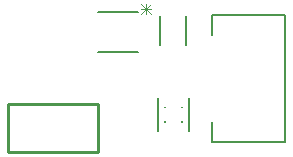
<source format=gbo>
G04*
G04 #@! TF.GenerationSoftware,Altium Limited,Altium Designer,21.6.4 (81)*
G04*
G04 Layer_Color=32896*
%FSLAX44Y44*%
%MOMM*%
G71*
G04*
G04 #@! TF.SameCoordinates,42E99185-249E-4A08-A5EB-3BBFC5BDC6E3*
G04*
G04*
G04 #@! TF.FilePolarity,Positive*
G04*
G01*
G75*
%ADD12C,0.1524*%
%ADD13C,0.2000*%
%ADD14C,0.2540*%
%ADD44C,0.0762*%
D12*
X226646Y100383D02*
Y117221D01*
Y9779D02*
Y26617D01*
Y117221D02*
X289130D01*
Y9779D02*
Y117221D01*
X226646Y9779D02*
X289130D01*
X130556Y86106D02*
X164084D01*
X130556Y119634D02*
X164084D01*
D13*
X204900Y91909D02*
Y116491D01*
X182900Y91909D02*
Y116491D01*
X201560Y26770D02*
Y27270D01*
Y38770D02*
Y39270D01*
X187060Y26770D02*
Y27270D01*
Y38770D02*
Y39270D01*
X207560Y19020D02*
Y47020D01*
X181060Y19020D02*
Y47020D01*
D14*
X54610Y1270D02*
X130810D01*
X54610Y41910D02*
X130810D01*
Y1270D02*
Y41910D01*
X54610Y1270D02*
Y41910D01*
D44*
X175196Y126248D02*
X166733Y117784D01*
X175196D02*
X166733Y126248D01*
X175196Y122016D02*
X166733D01*
X170965Y117784D02*
Y126248D01*
M02*

</source>
